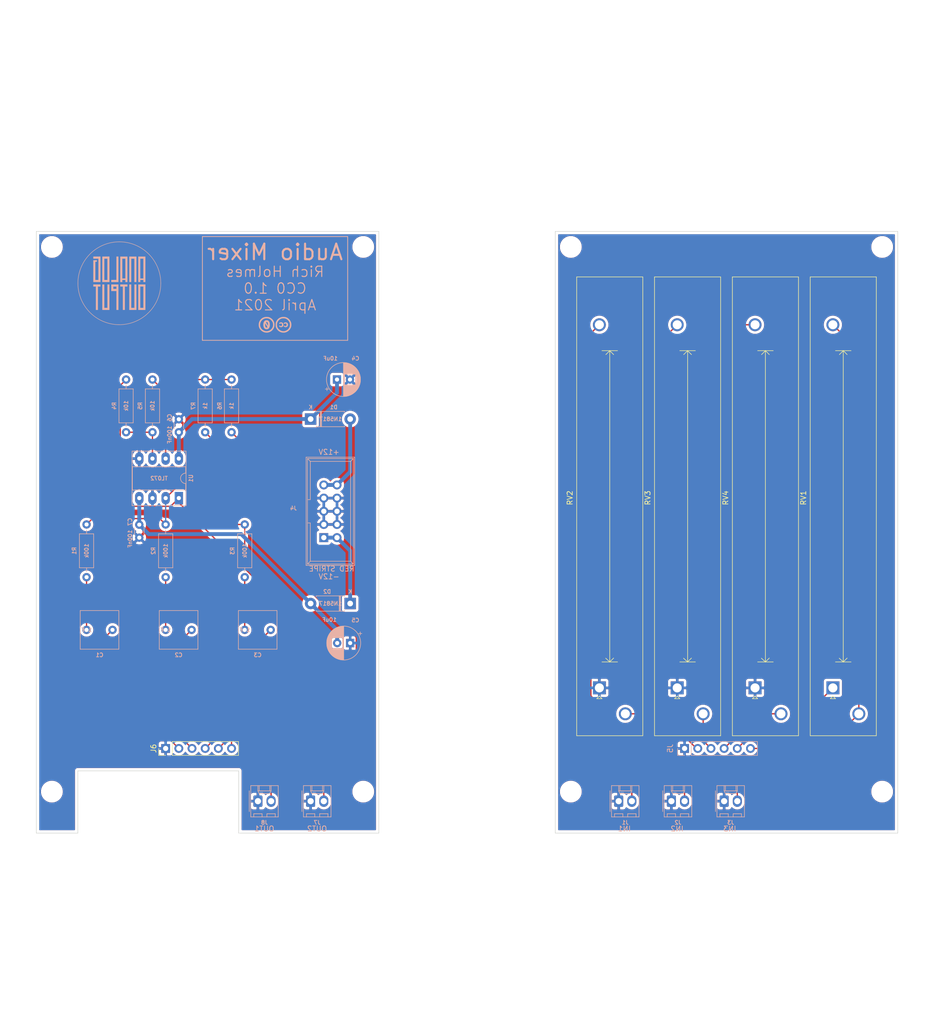
<source format=kicad_pcb>
(kicad_pcb (version 20171130) (host pcbnew 5.1.10-88a1d61d58~90~ubuntu20.04.1)
  (layers (0 F.Cu signal) (31 B.Cu signal) (34 B.Paste user) (35 F.Paste user) (36 B.SilkS user) (37 F.SilkS user) (38 B.Mask user) (39 F.Mask user) (44 Edge.Cuts user))
  (net 0 "")
  (net 1 GND)
  (net 2 +12V)
  (net 3 -12V)
  (net 4 /+12_IN)
  (net 5 /-12_IN)
  (net 6 "Net-(C1-Pad2)")
  (net 7 "Net-(C1-Pad1)")
  (net 8 "Net-(C2-Pad2)")
  (net 9 "Net-(C2-Pad1)")
  (net 10 "Net-(C3-Pad2)")
  (net 11 "Net-(C3-Pad1)")
  (net 12 /IN1)
  (net 13 /IN2)
  (net 14 /IN3)
  (net 15 /OUT1)
  (net 16 /OUT2)
  (net 17 "Net-(R4-Pad1)")
  (net 18 "Net-(R5-Pad1)")
  (net 19 GND1)
  (net 20 "Net-(J5-Pad4)")
  (net 21 "Net-(J5-Pad3)")
  (net 22 "Net-(J5-Pad2)")
  (net 23 "Net-(J5-Pad6)")
  (net 24 "Net-(J5-Pad5)")
  (net 25 "Net-(J6-Pad6)")
  (net 26 "Net-(J6-Pad5)")
  (module ao_tht:MountingHole_3.2mm_M3 (layer F.Cu) (at 220 144)
    (fp_text reference H8 hide)
    (fp_text value MountingHole)
    (pad 1 np_thru_hole circle (at 0 0) (size 3.2 3.2) (drill 3.2) (layers *.Cu *.Mask))
  )
  (module ao_tht:MountingHole_3.2mm_M3 (layer F.Cu) (at 160 144)
    (fp_text reference H7 hide)
    (fp_text value MountingHole)
    (pad 1 np_thru_hole circle (at 0 0) (size 3.2 3.2) (drill 3.2) (layers *.Cu *.Mask))
  )
  (module ao_tht:MountingHole_3.2mm_M3 (layer F.Cu) (at 120 144)
    (fp_text reference H4 hide)
    (fp_text value MountingHole)
    (pad 1 np_thru_hole circle (at 0 0) (size 3.2 3.2) (drill 3.2) (layers *.Cu *.Mask))
  )
  (module ao_tht:MountingHole_3.2mm_M3 (layer F.Cu) (at 60 144)
    (fp_text reference H3 hide)
    (fp_text value MountingHole)
    (pad 1 np_thru_hole circle (at 0 0) (size 3.2 3.2) (drill 3.2) (layers *.Cu *.Mask))
  )
  (module Connector_PinHeader_2.54mm:PinHeader_1x06_P2.54mm_Vertical (layer F.Cu) (at 81.92 135.68 90)
    (fp_text reference J6 (at 0 -2.33 90) (layer F.SilkS))
    (fp_text value Conn_01x06)
    (pad 6 thru_hole oval (at 0 12.7 90) (size 1.7 1.7) (drill 1) (layers *.Cu *.Mask) (net 25 "Net-(J6-Pad6)"))
    (pad 5 thru_hole oval (at 0 10.16 90) (size 1.7 1.7) (drill 1) (layers *.Cu *.Mask) (net 26 "Net-(J6-Pad5)"))
    (pad 4 thru_hole oval (at 0 7.62 90) (size 1.7 1.7) (drill 1) (layers *.Cu *.Mask) (net 10 "Net-(C3-Pad2)"))
    (pad 3 thru_hole oval (at 0 5.08 90) (size 1.7 1.7) (drill 1) (layers *.Cu *.Mask) (net 8 "Net-(C2-Pad2)"))
    (pad 2 thru_hole oval (at 0 2.54 90) (size 1.7 1.7) (drill 1) (layers *.Cu *.Mask) (net 6 "Net-(C1-Pad2)"))
    (pad 1 thru_hole rect (at 0 0 90) (size 1.7 1.7) (drill 1) (layers *.Cu *.Mask) (net 1 GND))
  )
  (module Connector_PinSocket_2.54mm:PinSocket_1x06_P2.54mm_Vertical (layer B.Cu) (at 181.92 135.68 270)
    (fp_text reference J5 (at 0 2.77 270) (layer B.SilkS) (effects (justify mirror)))
    (fp_text value Conn_01x06)
    (pad 6 thru_hole oval (at 0 -12.7 270) (size 1.7 1.7) (drill 1) (layers *.Cu *.Mask) (net 23 "Net-(J5-Pad6)"))
    (pad 5 thru_hole oval (at 0 -10.16 270) (size 1.7 1.7) (drill 1) (layers *.Cu *.Mask) (net 24 "Net-(J5-Pad5)"))
    (pad 4 thru_hole oval (at 0 -7.62 270) (size 1.7 1.7) (drill 1) (layers *.Cu *.Mask) (net 20 "Net-(J5-Pad4)"))
    (pad 3 thru_hole oval (at 0 -5.08 270) (size 1.7 1.7) (drill 1) (layers *.Cu *.Mask) (net 21 "Net-(J5-Pad3)"))
    (pad 2 thru_hole oval (at 0 -2.54 270) (size 1.7 1.7) (drill 1) (layers *.Cu *.Mask) (net 22 "Net-(J5-Pad2)"))
    (pad 1 thru_hole rect (at 0 0 270) (size 1.7 1.7) (drill 1) (layers *.Cu *.Mask) (net 19 GND1))
  )
  (module ao_tht:Potentiometer_Alpha_RA6020F_Single_Slide (layer F.Cu) (at 195.5 124 90)
    (fp_text reference RV4 (at 36.62 -5.68 90) (layer F.SilkS))
    (fp_text value A100k)
    (pad 1 thru_hole rect (at 0 0 90) (size 2.5 2.5) (drill 1.75) (layers *.Cu *.Mask) (net 19 GND1))
    (pad 2 thru_hole circle (at -5 5 90) (size 2.5 2.5) (drill 1.75) (layers *.Cu *.Mask) (net 20 "Net-(J5-Pad4)"))
    (pad 3 thru_hole circle (at 70 0 90) (size 2.5 2.5) (drill 1.75) (layers *.Cu *.Mask) (net 14 /IN3))
  )
  (module ao_tht:CC0_logo (layer B.Cu) (at 103.010777 54 180)
    (fp_text reference GRAF3 hide)
    (fp_text value "CC0 Logo" hide)
  )
  (module ao_tht:DIP-8_W7.62mm_Socket_LongPads (layer B.Cu) (at 84.46 87.42 90)
    (fp_text reference U1 (at 3.81 2.33 90) (layer B.SilkS) (effects (font (size 0.75 0.75)) (justify mirror)))
    (fp_text value TL072)
    (fp_text user %V (at 3.81 -3.81 180) (layer B.SilkS) (effects (font (size 0.75 0.75)) (justify mirror)))
    (pad 8 thru_hole oval (at 7.62 0 90) (size 2.4 1.6) (drill 0.8) (layers *.Cu *.Mask) (net 2 +12V))
    (pad 4 thru_hole oval (at 0 -7.62 90) (size 2.4 1.6) (drill 0.8) (layers *.Cu *.Mask) (net 3 -12V))
    (pad 7 thru_hole oval (at 7.62 -2.54 90) (size 2.4 1.6) (drill 0.8) (layers *.Cu *.Mask) (net 18 "Net-(R5-Pad1)"))
    (pad 3 thru_hole oval (at 0 -5.08 90) (size 2.4 1.6) (drill 0.8) (layers *.Cu *.Mask) (net 1 GND))
    (pad 6 thru_hole oval (at 7.62 -5.08 90) (size 2.4 1.6) (drill 0.8) (layers *.Cu *.Mask) (net 17 "Net-(R4-Pad1)"))
    (pad 2 thru_hole oval (at 0 -2.54 90) (size 2.4 1.6) (drill 0.8) (layers *.Cu *.Mask) (net 25 "Net-(J6-Pad6)"))
    (pad 5 thru_hole oval (at 7.62 -7.62 90) (size 2.4 1.6) (drill 0.8) (layers *.Cu *.Mask) (net 1 GND))
    (pad 1 thru_hole rect (at 0 0 90) (size 2.4 1.6) (drill 0.8) (layers *.Cu *.Mask) (net 26 "Net-(J6-Pad5)"))
  )
  (module ao_tht:Potentiometer_Alpha_RA6020F_Single_Slide (layer F.Cu) (at 210.5 124 90)
    (fp_text reference RV1 (at 36.62 -5.68 270) (layer F.SilkS))
    (fp_text value A100k)
    (pad 1 thru_hole rect (at 0 0 90) (size 2.5 2.5) (drill 1.75) (layers *.Cu *.Mask) (net 24 "Net-(J5-Pad5)"))
    (pad 2 thru_hole circle (at -5 5 90) (size 2.5 2.5) (drill 1.75) (layers *.Cu *.Mask) (net 23 "Net-(J5-Pad6)"))
    (pad 3 thru_hole circle (at 70 0 90) (size 2.5 2.5) (drill 1.75) (layers *.Cu *.Mask) (net 23 "Net-(J5-Pad6)"))
  )
  (module ao_tht:Potentiometer_Alpha_RA6020F_Single_Slide (layer F.Cu) (at 180.5 124 90)
    (fp_text reference RV3 (at 36.62 -5.68 270) (layer F.SilkS))
    (fp_text value A100k)
    (pad 1 thru_hole rect (at 0 0 90) (size 2.5 2.5) (drill 1.75) (layers *.Cu *.Mask) (net 19 GND1))
    (pad 2 thru_hole circle (at -5 5 90) (size 2.5 2.5) (drill 1.75) (layers *.Cu *.Mask) (net 21 "Net-(J5-Pad3)"))
    (pad 3 thru_hole circle (at 70 0 90) (size 2.5 2.5) (drill 1.75) (layers *.Cu *.Mask) (net 13 /IN2))
  )
  (module ao_tht:Potentiometer_Alpha_RA6020F_Single_Slide (layer F.Cu) (at 165.5 124 90)
    (fp_text reference RV2 (at 36.62 -5.68 270) (layer F.SilkS))
    (fp_text value A100k)
    (pad 1 thru_hole rect (at 0 0 90) (size 2.5 2.5) (drill 1.75) (layers *.Cu *.Mask) (net 19 GND1))
    (pad 2 thru_hole circle (at -5 5 90) (size 2.5 2.5) (drill 1.75) (layers *.Cu *.Mask) (net 22 "Net-(J5-Pad2)"))
    (pad 3 thru_hole circle (at 70 0 90) (size 2.5 2.5) (drill 1.75) (layers *.Cu *.Mask) (net 12 /IN1))
  )
  (module ao_tht:R_Axial_DIN0207_L6.3mm_D2.5mm_P10.16mm_Horizontal (layer B.Cu) (at 89.54 74.72 90)
    (fp_text reference R7 (at 5.08 -2.286 90) (layer B.SilkS) (effects (font (size 0.75 0.75)) (justify mirror)))
    (fp_text value 1k)
    (fp_text user %V (at 5.08 0 90) (layer B.SilkS) (effects (font (size 0.75 0.75)) (justify mirror)))
    (pad 1 thru_hole circle (at 0 0 90) (size 1.6 1.6) (drill 0.8) (layers *.Cu *.Mask) (net 16 /OUT2))
    (pad 2 thru_hole oval (at 10.16 0 90) (size 1.6 1.6) (drill 0.8) (layers *.Cu *.Mask) (net 18 "Net-(R5-Pad1)"))
  )
  (module ao_tht:R_Axial_DIN0207_L6.3mm_D2.5mm_P10.16mm_Horizontal (layer B.Cu) (at 94.62 74.72 90)
    (fp_text reference R6 (at 5.08 -2.286 90) (layer B.SilkS) (effects (font (size 0.75 0.75)) (justify mirror)))
    (fp_text value 1k)
    (fp_text user %V (at 5.08 0 90) (layer B.SilkS) (effects (font (size 0.75 0.75)) (justify mirror)))
    (pad 1 thru_hole circle (at 0 0 90) (size 1.6 1.6) (drill 0.8) (layers *.Cu *.Mask) (net 15 /OUT1))
    (pad 2 thru_hole oval (at 10.16 0 90) (size 1.6 1.6) (drill 0.8) (layers *.Cu *.Mask) (net 18 "Net-(R5-Pad1)"))
  )
  (module ao_tht:R_Axial_DIN0207_L6.3mm_D2.5mm_P10.16mm_Horizontal (layer B.Cu) (at 79.38 64.56 270)
    (fp_text reference R5 (at 5.08 2.37 90) (layer B.SilkS) (effects (font (size 0.75 0.75)) (justify mirror)))
    (fp_text value 10k)
    (fp_text user %V (at 5.08 0 90) (layer B.SilkS) (effects (font (size 0.75 0.75)) (justify mirror)))
    (pad 1 thru_hole circle (at 0 0 270) (size 1.6 1.6) (drill 0.8) (layers *.Cu *.Mask) (net 18 "Net-(R5-Pad1)"))
    (pad 2 thru_hole oval (at 10.16 0 270) (size 1.6 1.6) (drill 0.8) (layers *.Cu *.Mask) (net 17 "Net-(R4-Pad1)"))
  )
  (module ao_tht:R_Axial_DIN0207_L6.3mm_D2.5mm_P10.16mm_Horizontal (layer B.Cu) (at 74.3 74.72 90)
    (fp_text reference R4 (at 5.08 -2.286 90) (layer B.SilkS) (effects (font (size 0.75 0.75)) (justify mirror)))
    (fp_text value 10k)
    (fp_text user %V (at 5.08 0 90) (layer B.SilkS) (effects (font (size 0.75 0.75)) (justify mirror)))
    (pad 1 thru_hole circle (at 0 0 90) (size 1.6 1.6) (drill 0.8) (layers *.Cu *.Mask) (net 17 "Net-(R4-Pad1)"))
    (pad 2 thru_hole oval (at 10.16 0 90) (size 1.6 1.6) (drill 0.8) (layers *.Cu *.Mask) (net 26 "Net-(J6-Pad5)"))
  )
  (module ao_tht:R_Axial_DIN0207_L6.3mm_D2.5mm_P10.16mm_Horizontal (layer B.Cu) (at 97.16 92.5 270)
    (fp_text reference R3 (at 5.08 2.37 90) (layer B.SilkS) (effects (font (size 0.75 0.75)) (justify mirror)))
    (fp_text value 100k)
    (fp_text user %V (at 5.08 0 90) (layer B.SilkS) (effects (font (size 0.75 0.75)) (justify mirror)))
    (pad 1 thru_hole circle (at 0 0 270) (size 1.6 1.6) (drill 0.8) (layers *.Cu *.Mask) (net 25 "Net-(J6-Pad6)"))
    (pad 2 thru_hole oval (at 10.16 0 270) (size 1.6 1.6) (drill 0.8) (layers *.Cu *.Mask) (net 11 "Net-(C3-Pad1)"))
  )
  (module ao_tht:R_Axial_DIN0207_L6.3mm_D2.5mm_P10.16mm_Horizontal (layer B.Cu) (at 81.92 92.5 270)
    (fp_text reference R2 (at 5.08 2.37 90) (layer B.SilkS) (effects (font (size 0.75 0.75)) (justify mirror)))
    (fp_text value 100k)
    (fp_text user %V (at 5.08 0 90) (layer B.SilkS) (effects (font (size 0.75 0.75)) (justify mirror)))
    (pad 1 thru_hole circle (at 0 0 270) (size 1.6 1.6) (drill 0.8) (layers *.Cu *.Mask) (net 25 "Net-(J6-Pad6)"))
    (pad 2 thru_hole oval (at 10.16 0 270) (size 1.6 1.6) (drill 0.8) (layers *.Cu *.Mask) (net 9 "Net-(C2-Pad1)"))
  )
  (module ao_tht:R_Axial_DIN0207_L6.3mm_D2.5mm_P10.16mm_Horizontal (layer B.Cu) (at 66.68 92.5 270)
    (fp_text reference R1 (at 5.08 2.37 90) (layer B.SilkS) (effects (font (size 0.75 0.75)) (justify mirror)))
    (fp_text value 100k)
    (fp_text user %V (at 5.08 0 90) (layer B.SilkS) (effects (font (size 0.75 0.75)) (justify mirror)))
    (pad 1 thru_hole circle (at 0 0 270) (size 1.6 1.6) (drill 0.8) (layers *.Cu *.Mask) (net 25 "Net-(J6-Pad6)"))
    (pad 2 thru_hole oval (at 10.16 0 270) (size 1.6 1.6) (drill 0.8) (layers *.Cu *.Mask) (net 7 "Net-(C1-Pad1)"))
  )
  (module ao_tht:Molex_KK-254_AE-6410-02A_1x02_P2.54mm_Vertical (layer B.Cu) (at 99.7 145.84)
    (fp_text reference J8 (at 1.27 4.12) (layer B.SilkS) (effects (font (size 0.75 0.75)) (justify mirror)))
    (fp_text value "2 Pin Molex Header")
    (pad 1 thru_hole roundrect (at 0 0) (size 1.74 2.2) (drill 1.2) (layers *.Cu *.Mask) (roundrect_rratio 0.143678) (net 1 GND))
    (pad 2 thru_hole oval (at 2.54 0) (size 1.74 2.2) (drill 1.2) (layers *.Cu *.Mask) (net 16 /OUT2))
  )
  (module ao_tht:Molex_KK-254_AE-6410-02A_1x02_P2.54mm_Vertical (layer B.Cu) (at 109.86 145.84)
    (fp_text reference J7 (at 1.27 4.12) (layer B.SilkS) (effects (font (size 0.75 0.75)) (justify mirror)))
    (fp_text value "2 Pin Molex Header")
    (pad 2 thru_hole oval (at 2.54 0) (size 1.74 2.2) (drill 1.2) (layers *.Cu *.Mask) (net 15 /OUT1))
    (pad 1 thru_hole roundrect (at 0 0) (size 1.74 2.2) (drill 1.2) (layers *.Cu *.Mask) (roundrect_rratio 0.143678) (net 1 GND))
  )
  (module ao_tht:Power_Header (layer B.Cu) (at 112.4 95.04)
    (fp_text reference J4 (at -5.85 -5.67) (layer B.SilkS) (effects (font (size 0.75 0.75)) (justify mirror)))
    (fp_text value Synth_power_2x5)
    (fp_text user "RED STRIPE" (at 1.5 6) (layer B.SilkS) (effects (justify mirror)))
    (fp_text user -12V (at 1 7.5) (layer B.SilkS) (effects (justify mirror)))
    (fp_text user +12V (at 1 -16.5) (layer B.SilkS) (effects (justify mirror)))
    (pad 10 thru_hole oval (at 2.54 -10.16) (size 1.7272 1.7272) (drill 1.016) (layers *.Cu *.Mask) (net 4 /+12_IN))
    (pad 9 thru_hole oval (at 0 -10.16) (size 1.7272 1.7272) (drill 1.016) (layers *.Cu *.Mask) (net 4 /+12_IN))
    (pad 8 thru_hole oval (at 2.54 -7.62) (size 1.7272 1.7272) (drill 1.016) (layers *.Cu *.Mask) (net 1 GND))
    (pad 7 thru_hole oval (at 0 -7.62) (size 1.7272 1.7272) (drill 1.016) (layers *.Cu *.Mask) (net 1 GND))
    (pad 6 thru_hole oval (at 2.54 -5.08) (size 1.7272 1.7272) (drill 1.016) (layers *.Cu *.Mask) (net 1 GND))
    (pad 5 thru_hole oval (at 0 -5.08) (size 1.7272 1.7272) (drill 1.016) (layers *.Cu *.Mask) (net 1 GND))
    (pad 4 thru_hole oval (at 2.54 -2.54) (size 1.7272 1.7272) (drill 1.016) (layers *.Cu *.Mask) (net 1 GND))
    (pad 3 thru_hole oval (at 0 -2.54) (size 1.7272 1.7272) (drill 1.016) (layers *.Cu *.Mask) (net 1 GND))
    (pad 2 thru_hole oval (at 2.54 0) (size 1.7272 1.7272) (drill 1.016) (layers *.Cu *.Mask) (net 5 /-12_IN))
    (pad 1 thru_hole rect (at 0 0) (size 1.7272 1.7272) (drill 1.016) (layers *.Cu *.Mask) (net 5 /-12_IN))
  )
  (module ao_tht:Molex_KK-254_AE-6410-02A_1x02_P2.54mm_Vertical (layer B.Cu) (at 189.54 145.84)
    (fp_text reference J3 (at 1.27 4.12) (layer B.SilkS) (effects (font (size 0.75 0.75)) (justify mirror)))
    (fp_text value "2 Pin Molex Header")
    (pad 1 thru_hole roundrect (at 0 0) (size 1.74 2.2) (drill 1.2) (layers *.Cu *.Mask) (roundrect_rratio 0.143678) (net 19 GND1))
    (pad 2 thru_hole oval (at 2.54 0) (size 1.74 2.2) (drill 1.2) (layers *.Cu *.Mask) (net 14 /IN3))
  )
  (module ao_tht:Molex_KK-254_AE-6410-02A_1x02_P2.54mm_Vertical (layer B.Cu) (at 179.38 145.84)
    (fp_text reference J2 (at 1.27 4.12) (layer B.SilkS) (effects (font (size 0.75 0.75)) (justify mirror)))
    (fp_text value "2 Pin Molex Header")
    (pad 1 thru_hole roundrect (at 0 0) (size 1.74 2.2) (drill 1.2) (layers *.Cu *.Mask) (roundrect_rratio 0.143678) (net 19 GND1))
    (pad 2 thru_hole oval (at 2.54 0) (size 1.74 2.2) (drill 1.2) (layers *.Cu *.Mask) (net 13 /IN2))
  )
  (module ao_tht:Molex_KK-254_AE-6410-02A_1x02_P2.54mm_Vertical (layer B.Cu) (at 169.22 145.84)
    (fp_text reference J1 (at 1.27 4.12) (layer B.SilkS) (effects (font (size 0.75 0.75)) (justify mirror)))
    (fp_text value "2 Pin Molex Header")
    (pad 1 thru_hole roundrect (at 0 0) (size 1.74 2.2) (drill 1.2) (layers *.Cu *.Mask) (roundrect_rratio 0.143678) (net 19 GND1))
    (pad 2 thru_hole oval (at 2.54 0) (size 1.74 2.2) (drill 1.2) (layers *.Cu *.Mask) (net 12 /IN1))
  )
  (module ao_tht:MountingHole_3.2mm_M3 (layer B.Cu) (at 220 39)
    (fp_text reference H6 hide)
    (fp_text value MountingHole)
    (pad 1 np_thru_hole circle (at 0 0) (size 3.2 3.2) (drill 3.2) (layers *.Cu *.Mask))
  )
  (module ao_tht:MountingHole_3.2mm_M3 (layer B.Cu) (at 160 39)
    (fp_text reference H5 hide)
    (fp_text value MountingHole)
    (pad 1 np_thru_hole circle (at 0 0) (size 3.2 3.2) (drill 3.2) (layers *.Cu *.Mask))
  )
  (module ao_tht:MountingHole_3.2mm_M3 (layer B.Cu) (at 120 39)
    (fp_text reference H2 hide)
    (fp_text value MountingHole)
    (pad 1 np_thru_hole circle (at 0 0) (size 3.2 3.2) (drill 3.2) (layers *.Cu *.Mask))
  )
  (module ao_tht:MountingHole_3.2mm_M3 (layer B.Cu) (at 60 39)
    (fp_text reference H1 hide)
    (fp_text value MountingHole)
    (pad 1 np_thru_hole circle (at 0 0) (size 3.2 3.2) (drill 3.2) (layers *.Cu *.Mask))
  )
  (module ao_audio_mixer:ao_audio_mixer_panel_slide_holes (layer F.Cu) (at 130 90)
    (fp_text reference GRAF1 hide)
    (fp_text value "Panel holes" hide)
  )
  (module ao_tht:analogoutput (layer B.Cu) (at 73 46 180)
    (fp_text reference GRAF2 hide)
    (fp_text value "AO Logo" hide)
  )
  (module ao_tht:D_DO-41_SOD81_P7.62mm_Horizontal (layer B.Cu) (at 117.48 107.74 180)
    (fp_text reference D2 (at 4.445 2.286) (layer B.SilkS) (effects (font (size 0.75 0.75)) (justify mirror)))
    (fp_text value 1N5817)
    (fp_text user K (at 0 2.286) (layer B.SilkS) (effects (font (size 0.75 0.75)) (justify mirror)))
    (fp_text user %V (at 3.81 0) (layer B.SilkS) (effects (font (size 0.75 0.75)) (justify mirror)))
    (pad 2 thru_hole oval (at 7.62 0 180) (size 2.2 2.2) (drill 1.1) (layers *.Cu *.Mask) (net 3 -12V))
    (pad 1 thru_hole rect (at 0 0 180) (size 2.2 2.2) (drill 1.1) (layers *.Cu *.Mask) (net 5 /-12_IN))
  )
  (module ao_tht:D_DO-41_SOD81_P7.62mm_Horizontal (layer B.Cu) (at 109.86 72.18)
    (fp_text reference D1 (at 4.445 -2.286) (layer B.SilkS) (effects (font (size 0.75 0.75)) (justify mirror)))
    (fp_text value 1N5817)
    (fp_text user K (at 0 -2.286) (layer B.SilkS) (effects (font (size 0.75 0.75)) (justify mirror)))
    (fp_text user %V (at 3.81 0) (layer B.SilkS) (effects (font (size 0.75 0.75)) (justify mirror)))
    (pad 2 thru_hole oval (at 7.62 0) (size 2.2 2.2) (drill 1.1) (layers *.Cu *.Mask) (net 4 /+12_IN))
    (pad 1 thru_hole rect (at 0 0) (size 2.2 2.2) (drill 1.1) (layers *.Cu *.Mask) (net 2 +12V))
  )
  (module ao_tht:C_Disc_D3.0mm_W1.6mm_P2.50mm (layer B.Cu) (at 76.84 95.04 90)
    (fp_text reference C7 (at 3.048 -1.778 90) (layer B.SilkS) (effects (font (size 0.75 0.75)) (justify mirror)))
    (fp_text value 100nF)
    (fp_text user %V (at -0.254 -1.778 90) (layer B.SilkS) (effects (font (size 0.75 0.75)) (justify mirror)))
    (pad 2 thru_hole circle (at 2.5 0 90) (size 1.6 1.6) (drill 0.8) (layers *.Cu *.Mask) (net 3 -12V))
    (pad 1 thru_hole circle (at 0 0 90) (size 1.6 1.6) (drill 0.8) (layers *.Cu *.Mask) (net 1 GND))
  )
  (module ao_tht:C_Disc_D3.0mm_W1.6mm_P2.50mm (layer B.Cu) (at 84.46 74.72 90)
    (fp_text reference C6 (at 2.794 -1.778 90) (layer B.SilkS) (effects (font (size 0.75 0.75)) (justify mirror)))
    (fp_text value 100nF)
    (fp_text user %V (at -0.508 -1.778 90) (layer B.SilkS) (effects (font (size 0.75 0.75)) (justify mirror)))
    (pad 2 thru_hole circle (at 2.5 0 90) (size 1.6 1.6) (drill 0.8) (layers *.Cu *.Mask) (net 1 GND))
    (pad 1 thru_hole circle (at 0 0 90) (size 1.6 1.6) (drill 0.8) (layers *.Cu *.Mask) (net 2 +12V))
  )
  (module ao_tht:CP_Radial_D6.3mm_P2.50mm (layer B.Cu) (at 117.48 115.36 180)
    (fp_text reference C5 (at -1 4.4) (layer B.SilkS) (effects (font (size 0.75 0.75)) (justify mirror)))
    (fp_text value 10uF)
    (fp_text user %V (at 4 4.5) (layer B.SilkS) (effects (font (size 0.75 0.75)) (justify mirror)))
    (pad 2 thru_hole circle (at 2.5 0 180) (size 1.6 1.6) (drill 0.8) (layers *.Cu *.Mask) (net 3 -12V))
    (pad 1 thru_hole rect (at 0 0 180) (size 1.6 1.6) (drill 0.8) (layers *.Cu *.Mask) (net 1 GND))
  )
  (module ao_tht:CP_Radial_D6.3mm_P2.50mm (layer B.Cu) (at 114.94 64.56)
    (fp_text reference C4 (at 3.556 -4.064) (layer B.SilkS) (effects (font (size 0.75 0.75)) (justify mirror)))
    (fp_text value 10uF)
    (fp_text user %V (at -1.27 -4.064) (layer B.SilkS) (effects (font (size 0.75 0.75)) (justify mirror)))
    (pad 2 thru_hole circle (at 2.5 0) (size 1.6 1.6) (drill 0.8) (layers *.Cu *.Mask) (net 1 GND))
    (pad 1 thru_hole rect (at 0 0) (size 1.6 1.6) (drill 0.8) (layers *.Cu *.Mask) (net 2 +12V))
  )
  (module ao_tht:C_Rect_L7.2mm_W7.2mm_P5.00mm_FKS2_FKP2_MKS2_MKP2 (layer B.Cu) (at 97.16 112.82)
    (fp_text reference C3 (at 2.5 4.85) (layer B.SilkS) (effects (font (size 0.75 0.75)) (justify mirror)))
    (fp_text value 1uF)
    (fp_text user %V (at 0 0) (layer B.SilkS) (effects (font (size 0.75 0.75)) (justify mirror)))
    (pad 2 thru_hole circle (at 5 0) (size 1.6 1.6) (drill 0.8) (layers *.Cu *.Mask) (net 10 "Net-(C3-Pad2)"))
    (pad 1 thru_hole circle (at 0 0) (size 1.6 1.6) (drill 0.8) (layers *.Cu *.Mask) (net 11 "Net-(C3-Pad1)"))
  )
  (module ao_tht:C_Rect_L7.2mm_W7.2mm_P5.00mm_FKS2_FKP2_MKS2_MKP2 (layer B.Cu) (at 81.92 112.82)
    (fp_text reference C2 (at 2.5 4.85) (layer B.SilkS) (effects (font (size 0.75 0.75)) (justify mirror)))
    (fp_text value 1uF)
    (fp_text user %V (at 0 0) (layer B.SilkS) (effects (font (size 0.75 0.75)) (justify mirror)))
    (pad 2 thru_hole circle (at 5 0) (size 1.6 1.6) (drill 0.8) (layers *.Cu *.Mask) (net 8 "Net-(C2-Pad2)"))
    (pad 1 thru_hole circle (at 0 0) (size 1.6 1.6) (drill 0.8) (layers *.Cu *.Mask) (net 9 "Net-(C2-Pad1)"))
  )
  (module ao_tht:C_Rect_L7.2mm_W7.2mm_P5.00mm_FKS2_FKP2_MKS2_MKP2 (layer B.Cu) (at 66.68 112.82)
    (fp_text reference C1 (at 2.5 4.85) (layer B.SilkS) (effects (font (size 0.75 0.75)) (justify mirror)))
    (fp_text value 1uF)
    (fp_text user %V (at 0 0) (layer B.SilkS) (effects (font (size 0.75 0.75)) (justify mirror)))
    (pad 2 thru_hole circle (at 5 0) (size 1.6 1.6) (drill 0.8) (layers *.Cu *.Mask) (net 6 "Net-(C1-Pad2)"))
    (pad 1 thru_hole circle (at 0 0) (size 1.6 1.6) (drill 0.8) (layers *.Cu *.Mask) (net 7 "Net-(C1-Pad1)"))
  )
  (gr_line (start 117 57) (end 117 37) (layer B.SilkS) (width 0.15))
  (gr_line (start 89 57) (end 117 57) (layer B.SilkS) (width 0.15))
  (gr_line (start 89 37) (end 89 57) (layer B.SilkS) (width 0.15))
  (gr_line (start 117 37) (end 89 37) (layer B.SilkS) (width 0.15))
  (gr_line (start 57 152) (end 65 152) (layer Edge.Cuts) (width 0.1))
  (gr_line (start 96 140) (end 96 152) (layer Edge.Cuts) (width 0.1))
  (gr_line (start 65 140) (end 96 140) (layer Edge.Cuts) (width 0.1))
  (gr_line (start 65 152) (end 65 140) (layer Edge.Cuts) (width 0.1))
  (gr_line (start 157 152) (end 157 36) (layer Edge.Cuts) (width 0.1))
  (gr_line (start 223 36) (end 223 152) (layer Edge.Cuts) (width 0.1))
  (gr_line (start 223 152) (end 157 152) (layer Edge.Cuts) (width 0.1))
  (gr_line (start 157 36) (end 223 36) (layer Edge.Cuts) (width 0.1))
  (gr_text OUT2 (at 111.092 151.156) (layer B.SilkS) (effects (font (size 1 1)) (justify mirror)))
  (gr_text OUT1 (at 100.932 151.156) (layer B.SilkS) (effects (font (size 1 1)) (justify mirror)))
  (gr_text IN1 (at 170.312 151.174) (layer B.SilkS) (effects (font (size 1 1)) (justify mirror)))
  (gr_text IN2 (at 180.472 151.174) (layer B.SilkS) (effects (font (size 1 1)) (justify mirror)))
  (gr_text IN3 (at 190.632 151.174) (layer B.SilkS) (effects (font (size 1 1)) (justify mirror)))
  (gr_text "Audio Mixer" (at 103 40) (layer B.SilkS) (effects (font (size 3 3) (thickness 0.4)) (justify mirror)))
  (gr_text "Rich Holmes\nCC0 1.0\nApril 2021" (at 103 47) (layer B.SilkS) (effects (font (size 2 2) (thickness 0.2)) (justify mirror)))
  (gr_line (start 57 152) (end 57 36) (layer Edge.Cuts) (width 0.1))
  (gr_line (start 123 152) (end 96 152) (layer Edge.Cuts) (width 0.1))
  (gr_line (start 123 36) (end 123 152) (layer Edge.Cuts) (width 0.1))
  (gr_line (start 57 36) (end 123 36) (layer Edge.Cuts) (width 0.1))
  (segment (start 84.46 74.72) (end 84.46 79.8) (width 0.75) (layer B.Cu) (net 2))
  (segment (start 87 72.18) (end 84.46 74.72) (width 0.75) (layer B.Cu) (net 2))
  (segment (start 109.86 72.18) (end 87 72.18) (width 0.75) (layer B.Cu) (net 2))
  (segment (start 114.94 67.1) (end 109.86 72.18) (width 0.75) (layer B.Cu) (net 2))
  (segment (start 114.94 64.56) (end 114.94 67.1) (width 0.75) (layer B.Cu) (net 2))
  (segment (start 76.84 92.54) (end 76.84 87.42) (width 0.75) (layer B.Cu) (net 3))
  (segment (start 78.655999 94.355999) (end 76.84 92.54) (width 0.75) (layer B.Cu) (net 3))
  (segment (start 96.475999 94.355999) (end 78.655999 94.355999) (width 0.75) (layer B.Cu) (net 3))
  (segment (start 109.86 107.74) (end 96.475999 94.355999) (width 0.75) (layer B.Cu) (net 3))
  (segment (start 114.98 112.86) (end 109.86 107.74) (width 0.75) (layer B.Cu) (net 3))
  (segment (start 114.98 115.36) (end 114.98 112.86) (width 0.75) (layer B.Cu) (net 3))
  (segment (start 117.48 82.34) (end 114.94 84.88) (width 0.75) (layer B.Cu) (net 4))
  (segment (start 117.48 72.18) (end 117.48 82.34) (width 0.75) (layer B.Cu) (net 4))
  (segment (start 114.94 84.88) (end 112.4 84.88) (width 0.75) (layer B.Cu) (net 4))
  (segment (start 117.48 97.58) (end 114.94 95.04) (width 0.75) (layer B.Cu) (net 5))
  (segment (start 117.48 107.74) (end 117.48 97.58) (width 0.75) (layer B.Cu) (net 5))
  (segment (start 114.94 95.04) (end 112.4 95.04) (width 0.75) (layer B.Cu) (net 5))
  (segment (start 70.5 114) (end 71.68 112.82) (width 0.25) (layer F.Cu) (net 6))
  (segment (start 70.5 121.72) (end 70.5 114) (width 0.25) (layer F.Cu) (net 6))
  (segment (start 84.46 135.68) (end 70.5 121.72) (width 0.25) (layer F.Cu) (net 6))
  (segment (start 66.68 112.82) (end 66.68 102.66) (width 0.25) (layer F.Cu) (net 7))
  (segment (start 85.5 114.24) (end 86.92 112.82) (width 0.25) (layer F.Cu) (net 8))
  (segment (start 85.5 134.18) (end 85.5 114.24) (width 0.25) (layer F.Cu) (net 8))
  (segment (start 87 135.68) (end 85.5 134.18) (width 0.25) (layer F.Cu) (net 8))
  (segment (start 81.92 112.82) (end 81.92 102.66) (width 0.25) (layer F.Cu) (net 9))
  (segment (start 100.5 114.48) (end 102.16 112.82) (width 0.25) (layer F.Cu) (net 10))
  (segment (start 100.5 124.72) (end 100.5 114.48) (width 0.25) (layer F.Cu) (net 10))
  (segment (start 89.54 135.68) (end 100.5 124.72) (width 0.25) (layer F.Cu) (net 10))
  (segment (start 97.16 112.82) (end 97.16 102.66) (width 0.25) (layer F.Cu) (net 11))
  (segment (start 162.97498 56.52502) (end 165.5 54) (width 0.25) (layer F.Cu) (net 12))
  (segment (start 162.97498 131.97498) (end 162.97498 56.52502) (width 0.25) (layer F.Cu) (net 12))
  (segment (start 171.76 140.76) (end 162.97498 131.97498) (width 0.25) (layer F.Cu) (net 12))
  (segment (start 171.76 145.84) (end 171.76 140.76) (width 0.25) (layer F.Cu) (net 12))
  (segment (start 163.424989 71.075011) (end 180.5 54) (width 0.25) (layer F.Cu) (net 13))
  (segment (start 163.424989 125.736401) (end 163.424989 71.075011) (width 0.25) (layer F.Cu) (net 13))
  (segment (start 181.92 144.231412) (end 163.424989 125.736401) (width 0.25) (layer F.Cu) (net 13))
  (segment (start 181.92 145.84) (end 181.92 144.231412) (width 0.25) (layer F.Cu) (net 13))
  (segment (start 183.194998 54) (end 195.5 54) (width 0.25) (layer F.Cu) (net 14))
  (segment (start 163.874999 73.319999) (end 183.194998 54) (width 0.25) (layer F.Cu) (net 14))
  (segment (start 163.874999 125.550001) (end 163.874999 73.319999) (width 0.25) (layer F.Cu) (net 14))
  (segment (start 176.544998 138.22) (end 163.874999 125.550001) (width 0.25) (layer F.Cu) (net 14))
  (segment (start 187 138.22) (end 176.544998 138.22) (width 0.25) (layer F.Cu) (net 14))
  (segment (start 192.08 143.3) (end 187 138.22) (width 0.25) (layer F.Cu) (net 14))
  (segment (start 192.08 145.84) (end 192.08 143.3) (width 0.25) (layer F.Cu) (net 14))
  (segment (start 112.4 134.029) (end 112.4 145.84) (width 0.25) (layer F.Cu) (net 15))
  (segment (start 119.105011 127.323989) (end 112.4 134.029) (width 0.25) (layer F.Cu) (net 15))
  (segment (start 119.105011 114.073599) (end 119.105011 127.323989) (width 0.25) (layer F.Cu) (net 15))
  (segment (start 101.732 96.700588) (end 119.105011 114.073599) (width 0.25) (layer F.Cu) (net 15))
  (segment (start 101.732 81.832) (end 101.732 96.700588) (width 0.25) (layer F.Cu) (net 15))
  (segment (start 94.62 74.72) (end 101.732 81.832) (width 0.25) (layer F.Cu) (net 15))
  (segment (start 102.24 143.3) (end 102.24 145.84) (width 0.25) (layer F.Cu) (net 16))
  (segment (start 118.655001 126.884999) (end 102.24 143.3) (width 0.25) (layer F.Cu) (net 16))
  (segment (start 118.655001 114.259999) (end 118.655001 126.884999) (width 0.25) (layer F.Cu) (net 16))
  (segment (start 101.224 96.828998) (end 118.655001 114.259999) (width 0.25) (layer F.Cu) (net 16))
  (segment (start 101.224 86.404) (end 101.224 96.828998) (width 0.25) (layer F.Cu) (net 16))
  (segment (start 89.54 74.72) (end 101.224 86.404) (width 0.25) (layer F.Cu) (net 16))
  (segment (start 81.92 92.5) (end 81.92 87.42) (width 0.25) (layer B.Cu) (net 25))
  (segment (start 80.784999 91.364999) (end 81.92 92.5) (width 0.25) (layer F.Cu) (net 25))
  (segment (start 67.815001 91.364999) (end 80.784999 91.364999) (width 0.25) (layer F.Cu) (net 25))
  (segment (start 66.68 92.5) (end 67.815001 91.364999) (width 0.25) (layer F.Cu) (net 25))
  (segment (start 79.38 79.8) (end 79.38 74.72) (width 0.25) (layer F.Cu) (net 17))
  (segment (start 79.38 74.72) (end 74.3 74.72) (width 0.25) (layer F.Cu) (net 17))
  (segment (start 82.88499 88.99501) (end 84.46 87.42) (width 0.25) (layer F.Cu) (net 26))
  (segment (start 75.62101 88.99501) (end 82.88499 88.99501) (width 0.25) (layer F.Cu) (net 26))
  (segment (start 73.174999 86.548999) (end 75.62101 88.99501) (width 0.25) (layer F.Cu) (net 26))
  (segment (start 73.174999 65.685001) (end 73.174999 86.548999) (width 0.25) (layer F.Cu) (net 26))
  (segment (start 74.3 64.56) (end 73.174999 65.685001) (width 0.25) (layer F.Cu) (net 26))
  (segment (start 81.92 67.1) (end 81.92 79.8) (width 0.25) (layer F.Cu) (net 18))
  (segment (start 79.38 64.56) (end 81.92 67.1) (width 0.25) (layer F.Cu) (net 18))
  (segment (start 89.54 64.56) (end 94.62 64.56) (width 0.25) (layer F.Cu) (net 18))
  (segment (start 84.44 64.56) (end 89.54 64.56) (width 0.25) (layer F.Cu) (net 18))
  (segment (start 81.92 67.08) (end 84.44 64.56) (width 0.25) (layer F.Cu) (net 18))
  (segment (start 81.92 67.1) (end 81.92 67.08) (width 0.25) (layer F.Cu) (net 18))
  (segment (start 196.22 129) (end 200.5 129) (width 0.25) (layer F.Cu) (net 20))
  (segment (start 189.54 135.68) (end 196.22 129) (width 0.25) (layer F.Cu) (net 20))
  (segment (start 185.5 134.18) (end 187 135.68) (width 0.25) (layer F.Cu) (net 21))
  (segment (start 185.5 129) (end 185.5 134.18) (width 0.25) (layer F.Cu) (net 21))
  (segment (start 184.205002 135.68) (end 184.46 135.68) (width 0.25) (layer F.Cu) (net 22))
  (segment (start 177.525002 129) (end 184.205002 135.68) (width 0.25) (layer F.Cu) (net 22))
  (segment (start 170.5 129) (end 177.525002 129) (width 0.25) (layer F.Cu) (net 22))
  (segment (start 208.82 135.68) (end 215.5 129) (width 0.25) (layer F.Cu) (net 23))
  (segment (start 194.62 135.68) (end 208.82 135.68) (width 0.25) (layer F.Cu) (net 23))
  (segment (start 215.5 59) (end 210.5 54) (width 0.25) (layer F.Cu) (net 23))
  (segment (start 215.5 129) (end 215.5 59) (width 0.25) (layer F.Cu) (net 23))
  (segment (start 192.08 135.68) (end 194.239 133.521) (width 0.25) (layer F.Cu) (net 24))
  (segment (start 200.979 133.521) (end 210.5 124) (width 0.25) (layer F.Cu) (net 24))
  (segment (start 194.239 133.521) (end 200.979 133.521) (width 0.25) (layer F.Cu) (net 24))
  (segment (start 84.079 85.261) (end 81.92 87.42) (width 0.25) (layer F.Cu) (net 25))
  (segment (start 87.127 85.261) (end 84.079 85.261) (width 0.25) (layer F.Cu) (net 25))
  (segment (start 94.366 92.5) (end 87.127 85.261) (width 0.25) (layer F.Cu) (net 25))
  (segment (start 97.16 92.5) (end 94.366 92.5) (width 0.25) (layer F.Cu) (net 25))
  (segment (start 97.16 100.12) (end 97.16 92.5) (width 0.25) (layer F.Cu) (net 25))
  (segment (start 111.003 113.963) (end 97.16 100.12) (width 0.25) (layer F.Cu) (net 25))
  (segment (start 111.003 117.773) (end 111.003 113.963) (width 0.25) (layer F.Cu) (net 25))
  (segment (start 94.62 134.156) (end 111.003 117.773) (width 0.25) (layer F.Cu) (net 25))
  (segment (start 94.62 135.68) (end 94.62 134.156) (width 0.25) (layer F.Cu) (net 25))
  (segment (start 84.46 88.294998) (end 84.46 87.42) (width 0.25) (layer F.Cu) (net 26))
  (segment (start 110.5 114.334998) (end 84.46 88.294998) (width 0.25) (layer F.Cu) (net 26))
  (segment (start 110.5 117.26) (end 110.5 114.334998) (width 0.25) (layer F.Cu) (net 26))
  (segment (start 92.08 135.68) (end 110.5 117.26) (width 0.25) (layer F.Cu) (net 26))
  (zone (net 1) (net_name GND) (layer F.Cu) (connect_pads (clearance 0.508)) (min_thickness 0.254) (fill yes (arc_segments 32) (thermal_gap 0.508) (thermal_bridge_width 0.508))
    (polygon (pts (xy 130 157) (xy 50 157) (xy 50 29) (xy 130 29)))
  )
  (zone (net 1) (net_name GND) (layer B.Cu) (connect_pads (clearance 0.508)) (min_thickness 0.254) (fill yes (arc_segments 32) (thermal_gap 0.508) (thermal_bridge_width 0.508))
    (polygon (pts (xy 130 157) (xy 50 157) (xy 50 29) (xy 130 29)))
  )
  (zone (net 19) (net_name GND1) (layer B.Cu) (connect_pads (clearance 0.508)) (min_thickness 0.254) (fill yes (arc_segments 32) (thermal_gap 0.508) (thermal_bridge_width 0.508))
    (polygon (pts (xy 230 157) (xy 150 157) (xy 150 29) (xy 230 29)))
  )
  (zone (net 19) (net_name GND1) (layer F.Cu) (connect_pads (clearance 0.508)) (min_thickness 0.254) (fill yes (arc_segments 32) (thermal_gap 0.508) (thermal_bridge_width 0.508))
    (polygon (pts (xy 230 157) (xy 150 157) (xy 150 29) (xy 230 29)))
  )
)
</source>
